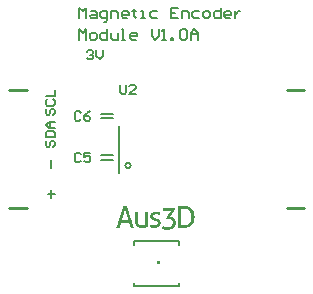
<source format=gto>
G04 Layer_Color=65535*
%FSLAX44Y44*%
%MOMM*%
G71*
G01*
G75*
%ADD16C,0.2032*%
%ADD30C,0.1270*%
%ADD31C,0.2540*%
%ADD32C,0.1800*%
%ADD33C,0.1500*%
G36*
X98741Y75872D02*
X98975D01*
X99114Y75861D01*
X99184D01*
X99243Y75849D01*
X99359D01*
X99499Y75837D01*
X99522D01*
X99557Y75826D01*
X99604D01*
X99721Y75814D01*
X99849Y75791D01*
Y75779D01*
X99860Y75756D01*
X99872Y75721D01*
X99884Y75674D01*
X99907Y75604D01*
X99930Y75522D01*
X99965Y75441D01*
X100000Y75336D01*
X100070Y75091D01*
X100164Y74823D01*
X100257Y74508D01*
X100373Y74170D01*
X100490Y73809D01*
X100607Y73436D01*
X100735Y73039D01*
X100863Y72631D01*
X101131Y71827D01*
X101260Y71419D01*
X101388Y71034D01*
X101399Y71011D01*
X101423Y70941D01*
X101446Y70836D01*
X101493Y70696D01*
X101551Y70521D01*
X101621Y70311D01*
X101691Y70090D01*
X101772Y69833D01*
X101866Y69565D01*
X101959Y69285D01*
X102146Y68691D01*
X102344Y68096D01*
X102437Y67804D01*
X102530Y67513D01*
Y67501D01*
X102542Y67466D01*
X102565Y67396D01*
X102600Y67315D01*
X102624Y67210D01*
X102670Y67093D01*
X102717Y66965D01*
X102764Y66814D01*
X102868Y66487D01*
X102973Y66149D01*
X103090Y65788D01*
X103207Y65449D01*
Y65438D01*
X103218Y65414D01*
X103230Y65368D01*
X103253Y65298D01*
X103277Y65228D01*
X103312Y65135D01*
X103370Y64925D01*
X103451Y64680D01*
X103533Y64423D01*
X103615Y64167D01*
X103696Y63910D01*
X103708Y63887D01*
X103720Y63840D01*
X103743Y63759D01*
X103778Y63666D01*
X103813Y63549D01*
X103859Y63421D01*
X103941Y63164D01*
Y63153D01*
X103964Y63106D01*
X103988Y63048D01*
X104011Y62966D01*
X104046Y62873D01*
X104069Y62768D01*
X104139Y62558D01*
Y62546D01*
X104151Y62511D01*
X104174Y62465D01*
X104186Y62395D01*
X104244Y62243D01*
X104303Y62068D01*
Y62057D01*
X104314Y62033D01*
X104326Y61987D01*
X104349Y61940D01*
X104384Y61812D01*
X104419Y61672D01*
Y61660D01*
X104431Y61649D01*
X104454Y61579D01*
X104489Y61474D01*
X104536Y61346D01*
X104582Y61182D01*
X104641Y61019D01*
X104687Y60856D01*
X104746Y60693D01*
X104757Y60669D01*
X104769Y60611D01*
X104804Y60518D01*
X104850Y60390D01*
X104897Y60215D01*
X104967Y60005D01*
X105060Y59760D01*
X105154Y59468D01*
Y59457D01*
X105177Y59410D01*
X105200Y59340D01*
X105224Y59235D01*
X105259Y59119D01*
X105305Y58991D01*
X105352Y58839D01*
X105398Y58676D01*
X105410Y58652D01*
X105422Y58594D01*
X105457Y58501D01*
X105492Y58384D01*
X105538Y58233D01*
X105597Y58058D01*
X105655Y57871D01*
X105725Y57661D01*
X105702D01*
X105632Y57638D01*
X105538Y57627D01*
X105410Y57603D01*
X105340D01*
X105305Y57592D01*
X105189D01*
X105049Y57580D01*
X104932D01*
X104804Y57568D01*
X104571D01*
X104454Y57557D01*
X104104D01*
X103988Y57568D01*
X103766D01*
X103650Y57580D01*
X103591D01*
X103545Y57592D01*
X103428D01*
X103312Y57603D01*
X103288D01*
X103218Y57615D01*
X103113Y57638D01*
X103008Y57661D01*
Y57673D01*
X102997Y57685D01*
X102985Y57720D01*
X102973Y57766D01*
X102938Y57883D01*
X102892Y58035D01*
X102845Y58198D01*
X102787Y58384D01*
X102729Y58571D01*
X102670Y58757D01*
Y58781D01*
X102647Y58839D01*
X102624Y58921D01*
X102589Y59037D01*
X102554Y59154D01*
X102519Y59294D01*
X102472Y59434D01*
X102425Y59562D01*
Y59573D01*
X102414Y59608D01*
X102402Y59667D01*
X102379Y59737D01*
X102332Y59888D01*
X102274Y60040D01*
Y60051D01*
X102262Y60075D01*
X102250Y60110D01*
X102239Y60168D01*
X102216Y60285D01*
X102181Y60401D01*
Y60413D01*
X102169Y60424D01*
X102157Y60494D01*
X102122Y60599D01*
X102087Y60716D01*
X102052Y60833D01*
X102017Y60949D01*
X101982Y61031D01*
Y61066D01*
X101971Y61089D01*
X101959Y61112D01*
X101947Y61159D01*
X101936Y61217D01*
X101901Y61311D01*
X101866Y61451D01*
X101842Y61532D01*
X101807Y61625D01*
X101772Y61730D01*
X101738Y61847D01*
X94847D01*
Y61835D01*
X94824Y61777D01*
X94801Y61695D01*
X94766Y61590D01*
X94731Y61439D01*
X94672Y61252D01*
X94614Y61042D01*
X94544Y60798D01*
X94463Y60518D01*
X94369Y60215D01*
X94264Y59865D01*
X94159Y59492D01*
X94043Y59084D01*
X93915Y58641D01*
X93775Y58163D01*
X93623Y57661D01*
X93600D01*
X93565Y57650D01*
X93518Y57638D01*
X93413Y57627D01*
X93285Y57603D01*
X93262D01*
X93180Y57592D01*
X93087D01*
X92970Y57580D01*
X92865D01*
X92760Y57568D01*
X92527D01*
X92422Y57557D01*
X92084D01*
X91956Y57568D01*
X91735D01*
X91606Y57580D01*
X91583D01*
X91501Y57592D01*
X91408D01*
X91292Y57603D01*
X91268D01*
X91198Y57615D01*
X91105Y57638D01*
X91000Y57661D01*
Y57673D01*
X91012Y57696D01*
X91023Y57731D01*
X91035Y57778D01*
X91058Y57848D01*
X91082Y57930D01*
X91117Y58011D01*
X91152Y58116D01*
X91222Y58349D01*
X91315Y58629D01*
X91420Y58932D01*
X91525Y59270D01*
X91641Y59632D01*
X91770Y60016D01*
X91898Y60413D01*
X92026Y60809D01*
X92294Y61625D01*
X92422Y62022D01*
X92551Y62407D01*
Y62418D01*
X92562Y62430D01*
X92586Y62500D01*
X92609Y62605D01*
X92655Y62745D01*
X92714Y62931D01*
X92784Y63129D01*
X92854Y63362D01*
X92935Y63619D01*
X93029Y63887D01*
X93122Y64167D01*
X93308Y64762D01*
X93507Y65356D01*
X93600Y65659D01*
X93693Y65939D01*
Y65951D01*
X93705Y65986D01*
X93728Y66056D01*
X93763Y66137D01*
X93786Y66242D01*
X93833Y66359D01*
X93868Y66487D01*
X93926Y66639D01*
X94020Y66953D01*
X94136Y67291D01*
X94253Y67653D01*
X94358Y67991D01*
Y68003D01*
X94369Y68026D01*
X94381Y68073D01*
X94404Y68142D01*
X94428Y68212D01*
X94463Y68306D01*
X94533Y68516D01*
X94614Y68760D01*
X94696Y69017D01*
X94777Y69273D01*
X94859Y69530D01*
X94871Y69553D01*
X94882Y69600D01*
X94906Y69682D01*
X94941Y69786D01*
X94976Y69903D01*
X95022Y70031D01*
X95104Y70288D01*
Y70299D01*
X95127Y70346D01*
X95150Y70404D01*
X95174Y70486D01*
X95209Y70579D01*
X95232Y70672D01*
X95302Y70882D01*
Y70894D01*
X95314Y70929D01*
X95337Y70987D01*
X95360Y71045D01*
X95407Y71209D01*
X95465Y71384D01*
Y71395D01*
X95477Y71419D01*
X95489Y71465D01*
X95500Y71512D01*
X95547Y71640D01*
X95594Y71768D01*
Y71780D01*
X95605Y71792D01*
X95628Y71862D01*
X95652Y71967D01*
X95698Y72106D01*
X95745Y72258D01*
X95803Y72421D01*
X95850Y72585D01*
X95908Y72748D01*
X95920Y72771D01*
X95932Y72829D01*
X95967Y72923D01*
X96013Y73063D01*
X96072Y73237D01*
X96141Y73447D01*
X96223Y73692D01*
X96316Y73983D01*
Y73995D01*
X96340Y74042D01*
X96363Y74112D01*
X96386Y74205D01*
X96421Y74322D01*
X96468Y74461D01*
X96515Y74601D01*
X96561Y74765D01*
X96573Y74788D01*
X96585Y74846D01*
X96619Y74939D01*
X96666Y75056D01*
X96713Y75208D01*
X96771Y75382D01*
X96829Y75581D01*
X96899Y75791D01*
X96923D01*
X97004Y75802D01*
X97109Y75826D01*
X97237Y75837D01*
X97307D01*
X97354Y75849D01*
X97471D01*
X97610Y75861D01*
X97680D01*
X97727Y75872D01*
X98065D01*
X98123Y75884D01*
X98613D01*
X98741Y75872D01*
D02*
G37*
G36*
X116416Y70684D02*
X116521Y70672D01*
X116719D01*
X116835Y70661D01*
X116894D01*
X116940Y70649D01*
X117045D01*
X117162Y70637D01*
X117185D01*
X117255Y70626D01*
X117348Y70614D01*
X117453Y70591D01*
Y70567D01*
Y70509D01*
Y70404D01*
Y70276D01*
Y70113D01*
Y69915D01*
Y69705D01*
Y69472D01*
Y69227D01*
Y68959D01*
Y68411D01*
Y67851D01*
Y67303D01*
Y67291D01*
Y67245D01*
Y67163D01*
Y67070D01*
Y66953D01*
Y66802D01*
Y66650D01*
Y66475D01*
Y66289D01*
Y66102D01*
Y65694D01*
Y65286D01*
Y64890D01*
Y64878D01*
Y64855D01*
Y64808D01*
Y64750D01*
Y64680D01*
Y64598D01*
Y64400D01*
Y64179D01*
Y63934D01*
Y63689D01*
Y63444D01*
Y63432D01*
Y63421D01*
Y63386D01*
Y63339D01*
Y63234D01*
Y63083D01*
Y62920D01*
Y62745D01*
Y62558D01*
Y62383D01*
Y62372D01*
Y62337D01*
Y62278D01*
Y62220D01*
Y62045D01*
Y61870D01*
Y61859D01*
Y61835D01*
Y61789D01*
Y61730D01*
Y61590D01*
Y61451D01*
Y61439D01*
Y61416D01*
Y61381D01*
Y61334D01*
Y61229D01*
Y61112D01*
Y61101D01*
Y61089D01*
Y61031D01*
Y60938D01*
Y60833D01*
Y60821D01*
Y60774D01*
Y60693D01*
Y60611D01*
Y60506D01*
Y60390D01*
Y60168D01*
Y60156D01*
Y60110D01*
Y60051D01*
Y59946D01*
Y59830D01*
Y59678D01*
Y59503D01*
Y59305D01*
Y59294D01*
Y59270D01*
Y59212D01*
Y59154D01*
Y59072D01*
Y58979D01*
Y58769D01*
Y58757D01*
Y58711D01*
Y58652D01*
Y58559D01*
Y58454D01*
Y58338D01*
Y58198D01*
Y58058D01*
X117430D01*
X117372Y58035D01*
X117290Y58011D01*
X117174Y57988D01*
X117022Y57953D01*
X116859Y57906D01*
X116684Y57860D01*
X116497Y57813D01*
X116474D01*
X116404Y57790D01*
X116299Y57766D01*
X116148Y57743D01*
X115984Y57708D01*
X115786Y57661D01*
X115576Y57627D01*
X115343Y57580D01*
X115320D01*
X115285Y57568D01*
X115238D01*
X115122Y57545D01*
X114958Y57522D01*
X114772Y57487D01*
X114562Y57463D01*
X114340Y57428D01*
X114107Y57405D01*
X114049D01*
X114002Y57393D01*
X113874D01*
X113711Y57382D01*
X113513Y57370D01*
X113303D01*
X113070Y57358D01*
X112603D01*
X112440Y57370D01*
X112254D01*
X112055Y57382D01*
X111834Y57393D01*
X111612Y57405D01*
X111589D01*
X111554Y57417D01*
X111519D01*
X111403Y57428D01*
X111263Y57452D01*
X111088Y57475D01*
X110890Y57498D01*
X110691Y57533D01*
X110482Y57568D01*
X110458D01*
X110388Y57592D01*
X110283Y57615D01*
X110155Y57650D01*
X109992Y57696D01*
X109817Y57755D01*
X109444Y57895D01*
X109421Y57906D01*
X109362Y57930D01*
X109269Y57988D01*
X109152Y58046D01*
X109012Y58128D01*
X108861Y58221D01*
X108709Y58326D01*
X108546Y58443D01*
X108523Y58454D01*
X108476Y58501D01*
X108395Y58571D01*
X108301Y58664D01*
X108185Y58781D01*
X108068Y58921D01*
X107940Y59072D01*
X107812Y59235D01*
X107800Y59259D01*
X107753Y59317D01*
X107695Y59410D01*
X107613Y59538D01*
X107520Y59690D01*
X107427Y59865D01*
X107334Y60075D01*
X107240Y60285D01*
Y60296D01*
X107229Y60308D01*
X107217Y60343D01*
X107205Y60390D01*
X107159Y60518D01*
X107112Y60681D01*
X107054Y60879D01*
X106996Y61112D01*
X106937Y61381D01*
X106891Y61660D01*
Y61672D01*
Y61695D01*
X106879Y61742D01*
X106867Y61800D01*
X106856Y61870D01*
Y61952D01*
X106844Y62057D01*
X106832Y62173D01*
X106809Y62430D01*
X106786Y62721D01*
X106774Y63048D01*
X106762Y63409D01*
Y63421D01*
Y63456D01*
Y63514D01*
Y63596D01*
Y63689D01*
Y63794D01*
Y63922D01*
Y64050D01*
Y64342D01*
Y64668D01*
Y64983D01*
Y65298D01*
Y65310D01*
Y65333D01*
Y65379D01*
Y65426D01*
Y65496D01*
Y65578D01*
Y65764D01*
Y65986D01*
Y66219D01*
Y66452D01*
Y66685D01*
Y66708D01*
Y66767D01*
Y66848D01*
Y66953D01*
Y67082D01*
Y67221D01*
Y67501D01*
Y67513D01*
Y67560D01*
Y67618D01*
Y67699D01*
Y67793D01*
Y67898D01*
Y68108D01*
Y68119D01*
Y68142D01*
Y68189D01*
Y68236D01*
Y68376D01*
Y68551D01*
Y68726D01*
Y68889D01*
Y69029D01*
Y69087D01*
Y69134D01*
Y69145D01*
Y69169D01*
Y69227D01*
Y69297D01*
Y69402D01*
Y69530D01*
Y69693D01*
Y69880D01*
Y69891D01*
Y69903D01*
Y69961D01*
Y70066D01*
Y70183D01*
Y70194D01*
Y70218D01*
Y70253D01*
Y70299D01*
Y70428D01*
Y70591D01*
X106797D01*
X106856Y70602D01*
X106926Y70614D01*
X107007D01*
X107112Y70626D01*
X107240Y70649D01*
X107392Y70661D01*
X107462D01*
X107509Y70672D01*
X107742D01*
X107812Y70684D01*
X107905Y70696D01*
X108091D01*
X108185Y70684D01*
X108290Y70672D01*
X108511D01*
X108639Y70661D01*
X108663D01*
X108744Y70649D01*
X108849D01*
X108966Y70637D01*
X108989D01*
X109059Y70626D01*
X109152Y70614D01*
X109269Y70591D01*
Y70579D01*
Y70544D01*
Y70486D01*
Y70416D01*
Y70323D01*
Y70218D01*
Y70090D01*
Y69961D01*
Y69670D01*
Y69355D01*
Y69040D01*
Y68726D01*
Y68714D01*
Y68691D01*
Y68656D01*
Y68597D01*
Y68527D01*
Y68446D01*
Y68259D01*
Y68049D01*
Y67816D01*
Y67583D01*
Y67350D01*
Y67326D01*
Y67280D01*
Y67186D01*
Y67082D01*
Y66965D01*
Y66825D01*
Y66557D01*
Y66545D01*
Y66499D01*
Y66440D01*
Y66359D01*
Y66266D01*
Y66161D01*
Y65962D01*
Y65951D01*
Y65927D01*
Y65881D01*
Y65834D01*
Y65694D01*
Y65531D01*
Y65356D01*
Y65193D01*
Y65053D01*
Y64995D01*
Y64948D01*
Y64936D01*
Y64913D01*
Y64855D01*
Y64785D01*
Y64680D01*
Y64563D01*
Y64412D01*
Y64225D01*
Y64214D01*
Y64202D01*
Y64132D01*
Y64039D01*
Y63910D01*
Y63899D01*
Y63875D01*
Y63840D01*
Y63794D01*
Y63666D01*
Y63502D01*
Y63491D01*
Y63479D01*
Y63444D01*
Y63397D01*
Y63293D01*
X109281Y63141D01*
Y62966D01*
X109292Y62780D01*
X109316Y62395D01*
Y62372D01*
X109327Y62313D01*
X109339Y62220D01*
X109362Y62103D01*
X109386Y61964D01*
X109409Y61812D01*
X109490Y61509D01*
Y61486D01*
X109514Y61439D01*
X109537Y61369D01*
X109560Y61264D01*
X109607Y61159D01*
X109654Y61042D01*
X109770Y60798D01*
X109782Y60786D01*
X109805Y60751D01*
X109840Y60693D01*
X109887Y60611D01*
X110015Y60436D01*
X110167Y60250D01*
X110178Y60238D01*
X110213Y60215D01*
X110260Y60168D01*
X110318Y60121D01*
X110388Y60063D01*
X110482Y60005D01*
X110668Y59877D01*
X110680Y59865D01*
X110715Y59853D01*
X110773Y59818D01*
X110855Y59783D01*
X110948Y59748D01*
X111053Y59702D01*
X111286Y59632D01*
X111298D01*
X111344Y59620D01*
X111403Y59597D01*
X111496Y59585D01*
X111601Y59562D01*
X111717Y59538D01*
X111846Y59515D01*
X111986Y59492D01*
X112055D01*
X112125Y59480D01*
X112230D01*
X112347Y59468D01*
X112487D01*
X112790Y59457D01*
X113023D01*
X113186Y59468D01*
X113373D01*
X113571Y59480D01*
X113979Y59515D01*
X114002D01*
X114072Y59527D01*
X114177Y59550D01*
X114317Y59573D01*
X114469Y59597D01*
X114644Y59632D01*
X114993Y59725D01*
Y59748D01*
Y59795D01*
Y59888D01*
Y59993D01*
Y60133D01*
Y60308D01*
Y60483D01*
Y60693D01*
Y60903D01*
Y61136D01*
Y61614D01*
Y62092D01*
Y62570D01*
Y62581D01*
Y62628D01*
Y62686D01*
Y62780D01*
Y62884D01*
Y63001D01*
Y63141D01*
Y63293D01*
Y63631D01*
Y63980D01*
Y64342D01*
Y64692D01*
Y64703D01*
Y64727D01*
Y64762D01*
Y64808D01*
Y64948D01*
Y65111D01*
Y65310D01*
Y65519D01*
Y65729D01*
Y65939D01*
Y65951D01*
Y65962D01*
Y66032D01*
Y66126D01*
Y66254D01*
Y66394D01*
Y66545D01*
Y66697D01*
Y66848D01*
Y66860D01*
Y66895D01*
Y66942D01*
Y67000D01*
Y67140D01*
Y67291D01*
Y67303D01*
Y67326D01*
Y67361D01*
Y67408D01*
Y67525D01*
Y67653D01*
Y67664D01*
Y67676D01*
Y67711D01*
Y67758D01*
Y67874D01*
Y68014D01*
Y68166D01*
Y68317D01*
Y68469D01*
Y68586D01*
Y68597D01*
Y68644D01*
Y68702D01*
Y68807D01*
Y68924D01*
Y69087D01*
Y69285D01*
Y69507D01*
Y69518D01*
Y69542D01*
Y69588D01*
Y69647D01*
Y69716D01*
Y69798D01*
Y69973D01*
Y69985D01*
Y70020D01*
Y70078D01*
Y70148D01*
Y70241D01*
Y70346D01*
Y70463D01*
Y70591D01*
X115017D01*
X115075Y70602D01*
X115168Y70626D01*
X115285Y70637D01*
X115308D01*
X115378Y70649D01*
X115483D01*
X115611Y70661D01*
X115635D01*
X115716Y70672D01*
X115949D01*
X116019Y70684D01*
X116113Y70696D01*
X116322D01*
X116416Y70684D01*
D02*
G37*
G36*
X140631Y73902D02*
X140666Y73844D01*
X140724Y73750D01*
X140806Y73622D01*
Y73610D01*
X140782Y73599D01*
X140771Y73564D01*
X140736Y73517D01*
X140689Y73447D01*
X140642Y73377D01*
X140584Y73284D01*
X140514Y73191D01*
X140444Y73074D01*
X140351Y72934D01*
X140258Y72794D01*
X140153Y72643D01*
X140048Y72468D01*
X139920Y72281D01*
X139791Y72083D01*
X139651Y71873D01*
X139500Y71652D01*
X139348Y71407D01*
X139185Y71162D01*
X139010Y70894D01*
X138824Y70614D01*
X138625Y70323D01*
X138427Y70008D01*
X138217Y69693D01*
X137996Y69355D01*
X137763Y69005D01*
X137529Y68644D01*
X137285Y68271D01*
X137028Y67886D01*
X136760Y67490D01*
X136480Y67070D01*
X136200Y66639D01*
X136212D01*
X136235Y66650D01*
X136294Y66662D01*
X136795D01*
X136946Y66650D01*
X137121Y66639D01*
X137308Y66615D01*
X137693Y66557D01*
X137716D01*
X137786Y66534D01*
X137879Y66510D01*
X138007Y66475D01*
X138147Y66440D01*
X138311Y66382D01*
X138649Y66254D01*
X138672Y66242D01*
X138719Y66219D01*
X138800Y66172D01*
X138905Y66114D01*
X139033Y66044D01*
X139162Y65962D01*
X139430Y65776D01*
X139441Y65764D01*
X139488Y65729D01*
X139558Y65671D01*
X139651Y65589D01*
X139745Y65508D01*
X139850Y65403D01*
X140071Y65158D01*
X140083Y65146D01*
X140118Y65100D01*
X140176Y65041D01*
X140234Y64948D01*
X140316Y64855D01*
X140398Y64727D01*
X140479Y64598D01*
X140561Y64458D01*
X140572Y64447D01*
X140596Y64388D01*
X140631Y64318D01*
X140689Y64225D01*
X140747Y64109D01*
X140806Y63969D01*
X140922Y63677D01*
X140934Y63654D01*
X140945Y63607D01*
X140969Y63526D01*
X141004Y63421D01*
X141039Y63304D01*
X141074Y63164D01*
X141132Y62861D01*
Y62849D01*
X141144Y62791D01*
X141155Y62710D01*
X141167Y62616D01*
X141179Y62488D01*
X141190Y62360D01*
X141202Y62057D01*
Y62045D01*
Y62022D01*
Y61975D01*
Y61917D01*
Y61847D01*
X141190Y61765D01*
Y61567D01*
X141167Y61334D01*
X141144Y61077D01*
X141109Y60821D01*
X141062Y60553D01*
Y60541D01*
X141050Y60518D01*
Y60483D01*
X141039Y60436D01*
X141015Y60378D01*
X141004Y60296D01*
X140957Y60133D01*
X140887Y59935D01*
X140817Y59713D01*
X140736Y59480D01*
X140631Y59259D01*
Y59247D01*
X140619Y59235D01*
X140607Y59200D01*
X140584Y59165D01*
X140514Y59049D01*
X140444Y58909D01*
X140339Y58746D01*
X140234Y58559D01*
X140106Y58373D01*
X139978Y58186D01*
X139966Y58163D01*
X139908Y58105D01*
X139826Y58011D01*
X139721Y57895D01*
X139593Y57766D01*
X139453Y57627D01*
X139290Y57475D01*
X139115Y57323D01*
X139092Y57312D01*
X139033Y57253D01*
X138928Y57183D01*
X138800Y57090D01*
X138637Y56985D01*
X138462Y56869D01*
X138264Y56752D01*
X138066Y56647D01*
X138054D01*
X138042Y56635D01*
X138007Y56624D01*
X137972Y56600D01*
X137856Y56554D01*
X137704Y56484D01*
X137518Y56414D01*
X137308Y56332D01*
X137086Y56251D01*
X136853Y56181D01*
X136842D01*
X136830Y56169D01*
X136795D01*
X136748Y56157D01*
X136620Y56122D01*
X136445Y56076D01*
X136247Y56041D01*
X136025Y55994D01*
X135781Y55948D01*
X135524Y55901D01*
X135489D01*
X135454Y55889D01*
X135408D01*
X135338Y55878D01*
X135268D01*
X135093Y55866D01*
X134883Y55843D01*
X134638Y55831D01*
X134382Y55819D01*
X133880D01*
X133729Y55831D01*
X133542D01*
X133332Y55843D01*
X133111Y55854D01*
X132889Y55866D01*
X132866D01*
X132831Y55878D01*
X132784D01*
X132668Y55889D01*
X132528Y55913D01*
X132353Y55924D01*
X132155Y55959D01*
X131747Y56018D01*
X131723D01*
X131653Y56041D01*
X131537Y56064D01*
X131397Y56087D01*
X131222Y56122D01*
X131036Y56169D01*
X130639Y56274D01*
X130628D01*
X130616Y56286D01*
X130546Y56309D01*
X130429Y56332D01*
X130289Y56379D01*
X130126Y56437D01*
X129940Y56496D01*
X129543Y56647D01*
Y56659D01*
X129555Y56694D01*
Y56752D01*
X129567Y56822D01*
X129590Y56904D01*
X129602Y56997D01*
X129648Y57195D01*
Y57207D01*
X129660Y57242D01*
X129683Y57300D01*
X129706Y57370D01*
X129730Y57452D01*
X129765Y57545D01*
X129835Y57731D01*
Y57743D01*
X129858Y57778D01*
X129870Y57825D01*
X129905Y57895D01*
X129940Y57976D01*
X129975Y58070D01*
X130056Y58256D01*
X130068Y58268D01*
X130080Y58303D01*
X130103Y58349D01*
X130138Y58419D01*
X130173Y58489D01*
X130219Y58583D01*
X130324Y58769D01*
X130348Y58757D01*
X130394Y58746D01*
X130476Y58711D01*
X130581Y58676D01*
X130709Y58629D01*
X130849Y58583D01*
X131152Y58478D01*
X131175D01*
X131222Y58454D01*
X131304Y58431D01*
X131420Y58396D01*
X131549Y58361D01*
X131688Y58326D01*
X132015Y58233D01*
X132038D01*
X132097Y58221D01*
X132178Y58198D01*
X132295Y58174D01*
X132446Y58151D01*
X132598Y58128D01*
X132773Y58105D01*
X132959Y58081D01*
X132983D01*
X133053Y58070D01*
X133146D01*
X133286Y58058D01*
X133449Y58046D01*
X133624D01*
X133822Y58035D01*
X134207D01*
X134335Y58046D01*
X134475D01*
X134638Y58058D01*
X134965Y58081D01*
X134988D01*
X135046Y58093D01*
X135128Y58105D01*
X135244Y58128D01*
X135373Y58140D01*
X135524Y58174D01*
X135839Y58233D01*
X135862D01*
X135909Y58256D01*
X135990Y58279D01*
X136096Y58314D01*
X136224Y58349D01*
X136352Y58396D01*
X136620Y58501D01*
X136632Y58513D01*
X136678Y58536D01*
X136760Y58571D01*
X136842Y58618D01*
X136946Y58664D01*
X137063Y58734D01*
X137296Y58897D01*
X137308Y58909D01*
X137355Y58932D01*
X137413Y58979D01*
X137483Y59049D01*
X137576Y59119D01*
X137669Y59212D01*
X137856Y59422D01*
X137868Y59434D01*
X137902Y59468D01*
X137949Y59538D01*
X138007Y59608D01*
X138066Y59713D01*
X138147Y59818D01*
X138217Y59946D01*
X138287Y60075D01*
X138299Y60086D01*
X138322Y60133D01*
X138346Y60203D01*
X138392Y60308D01*
X138439Y60424D01*
X138474Y60553D01*
X138520Y60704D01*
X138555Y60856D01*
Y60879D01*
X138567Y60938D01*
X138590Y61019D01*
X138614Y61147D01*
X138625Y61287D01*
X138649Y61451D01*
X138660Y61637D01*
Y61824D01*
Y61835D01*
Y61859D01*
Y61905D01*
Y61952D01*
X138649Y62022D01*
Y62103D01*
X138625Y62290D01*
X138590Y62500D01*
X138544Y62733D01*
X138485Y62966D01*
X138392Y63188D01*
Y63199D01*
X138380Y63211D01*
X138346Y63281D01*
X138287Y63397D01*
X138206Y63526D01*
X138089Y63677D01*
X137961Y63840D01*
X137809Y63992D01*
X137623Y64144D01*
X137599Y64155D01*
X137529Y64202D01*
X137413Y64272D01*
X137273Y64353D01*
X137098Y64447D01*
X136888Y64540D01*
X136667Y64633D01*
X136422Y64715D01*
X136410D01*
X136387Y64727D01*
X136352Y64738D01*
X136305Y64750D01*
X136235Y64762D01*
X136165Y64773D01*
X135979Y64808D01*
X135757Y64843D01*
X135501Y64878D01*
X135221Y64890D01*
X134918Y64901D01*
X134592D01*
X134405Y64890D01*
X134312D01*
X134242Y64878D01*
X134090D01*
X133904Y64866D01*
X133857D01*
X133810Y64855D01*
X133740D01*
X133659Y64843D01*
X133577Y64832D01*
X133379Y64797D01*
X133367D01*
X133332Y64785D01*
X133286D01*
X133216Y64773D01*
X133064Y64738D01*
X132878Y64703D01*
X132866Y64715D01*
X132854Y64738D01*
X132831Y64785D01*
X132796Y64832D01*
X132773Y64878D01*
X132749Y64913D01*
X132726Y64936D01*
Y64948D01*
Y64960D01*
X132703Y64983D01*
X132668Y65041D01*
Y65053D01*
X132680Y65065D01*
X132703Y65100D01*
X132738Y65146D01*
X132773Y65205D01*
X132819Y65275D01*
X132866Y65356D01*
X132936Y65461D01*
X133006Y65566D01*
X133076Y65694D01*
X133169Y65823D01*
X133262Y65974D01*
X133367Y66137D01*
X133472Y66312D01*
X133601Y66499D01*
X133729Y66697D01*
X133857Y66918D01*
X134009Y67140D01*
X134160Y67385D01*
X134312Y67630D01*
X134487Y67898D01*
X134662Y68177D01*
X134848Y68469D01*
X135035Y68772D01*
X135244Y69087D01*
X135454Y69425D01*
X135664Y69763D01*
X135897Y70125D01*
X136130Y70486D01*
X136364Y70871D01*
X136620Y71267D01*
X136877Y71675D01*
X130406D01*
Y71687D01*
X130394Y71722D01*
X130383Y71768D01*
X130371Y71838D01*
X130359Y71908D01*
X130348Y72002D01*
X130324Y72188D01*
Y72200D01*
Y72235D01*
X130313Y72293D01*
Y72363D01*
Y72456D01*
X130301Y72550D01*
Y72759D01*
Y72771D01*
Y72783D01*
Y72853D01*
Y72934D01*
Y73039D01*
Y73051D01*
Y73063D01*
X130313Y73132D01*
Y73226D01*
X130324Y73342D01*
Y73354D01*
Y73366D01*
X130336Y73436D01*
Y73529D01*
X130348Y73634D01*
Y73645D01*
X130359Y73657D01*
X130371Y73727D01*
X130383Y73820D01*
X130406Y73913D01*
X140619D01*
X140631Y73902D01*
D02*
G37*
G36*
X127540Y27000D02*
X125000D01*
Y29540D01*
X127540D01*
Y27000D01*
D02*
G37*
G36*
X124927Y70871D02*
X125101D01*
X125451Y70847D01*
X125475D01*
X125533Y70836D01*
X125626Y70824D01*
X125754Y70812D01*
X125894Y70789D01*
X126057Y70766D01*
X126396Y70707D01*
X126419D01*
X126477Y70684D01*
X126570Y70672D01*
X126687Y70637D01*
X126827Y70614D01*
X126978Y70579D01*
X127282Y70498D01*
X127305D01*
X127352Y70474D01*
X127433Y70451D01*
X127538Y70428D01*
X127655Y70393D01*
X127783Y70346D01*
X128063Y70264D01*
Y70253D01*
Y70218D01*
X128051Y70171D01*
X128039Y70101D01*
X128016Y69938D01*
X127981Y69751D01*
Y69740D01*
X127969Y69705D01*
X127958Y69658D01*
X127946Y69600D01*
X127934Y69518D01*
X127911Y69437D01*
X127865Y69250D01*
Y69238D01*
X127853Y69204D01*
X127841Y69157D01*
X127830Y69099D01*
X127771Y68947D01*
X127713Y68772D01*
Y68760D01*
X127701Y68737D01*
X127678Y68691D01*
X127666Y68632D01*
X127608Y68492D01*
X127538Y68329D01*
X127526D01*
X127491Y68341D01*
X127433Y68364D01*
X127352Y68387D01*
X127258Y68422D01*
X127153Y68457D01*
X126920Y68527D01*
X126909D01*
X126862Y68539D01*
X126792Y68562D01*
X126699Y68586D01*
X126594Y68609D01*
X126477Y68644D01*
X126197Y68702D01*
X126186D01*
X126127Y68726D01*
X126057Y68737D01*
X125953Y68760D01*
X125836Y68784D01*
X125696Y68807D01*
X125405Y68854D01*
X125381D01*
X125335Y68865D01*
X125253D01*
X125148Y68877D01*
X125020Y68889D01*
X124868D01*
X124717Y68900D01*
X124390D01*
X124274Y68889D01*
X124134Y68877D01*
X123994Y68865D01*
X123679Y68819D01*
X123656D01*
X123609Y68807D01*
X123527Y68784D01*
X123423Y68749D01*
X123306Y68714D01*
X123178Y68679D01*
X122898Y68574D01*
X122886Y68562D01*
X122840Y68539D01*
X122781Y68504D01*
X122700Y68457D01*
X122618Y68387D01*
X122525Y68317D01*
X122443Y68224D01*
X122362Y68119D01*
X122350Y68108D01*
X122338Y68073D01*
X122303Y68003D01*
X122268Y67921D01*
X122233Y67816D01*
X122210Y67699D01*
X122187Y67560D01*
X122175Y67408D01*
Y67396D01*
Y67373D01*
Y67326D01*
X122187Y67280D01*
X122198Y67152D01*
X122222Y67012D01*
Y67000D01*
X122233Y66988D01*
X122257Y66907D01*
X122303Y66802D01*
X122362Y66685D01*
Y66674D01*
X122373Y66662D01*
X122420Y66592D01*
X122478Y66499D01*
X122560Y66405D01*
X122583Y66382D01*
X122641Y66324D01*
X122723Y66254D01*
X122840Y66172D01*
X122851D01*
X122863Y66161D01*
X122933Y66114D01*
X123038Y66044D01*
X123154Y65974D01*
X123166D01*
X123189Y65962D01*
X123224Y65939D01*
X123271Y65916D01*
X123388Y65869D01*
X123527Y65811D01*
X123539D01*
X123562Y65799D01*
X123597Y65788D01*
X123656Y65764D01*
X123784Y65718D01*
X123935Y65648D01*
X123947D01*
X123970Y65636D01*
X124017Y65624D01*
X124075Y65601D01*
X124215Y65554D01*
X124379Y65508D01*
X124390D01*
X124413Y65496D01*
X124460Y65484D01*
X124507Y65461D01*
X124635Y65414D01*
X124787Y65368D01*
X124938Y65310D01*
X125055Y65263D01*
X125101Y65251D01*
X125136Y65240D01*
X125160Y65228D01*
X125183D01*
X125218Y65216D01*
X125276Y65193D01*
X125370Y65170D01*
X125486Y65123D01*
X125498D01*
X125533Y65100D01*
X125591Y65088D01*
X125673Y65053D01*
X125754Y65030D01*
X125859Y64995D01*
X126069Y64913D01*
X126081D01*
X126116Y64890D01*
X126174Y64866D01*
X126244Y64832D01*
X126337Y64797D01*
X126431Y64750D01*
X126629Y64657D01*
X126640Y64645D01*
X126675Y64633D01*
X126734Y64598D01*
X126804Y64563D01*
X126967Y64458D01*
X127142Y64330D01*
X127153Y64318D01*
X127177Y64295D01*
X127223Y64260D01*
X127282Y64214D01*
X127422Y64097D01*
X127573Y63945D01*
X127585Y63934D01*
X127608Y63910D01*
X127643Y63864D01*
X127690Y63805D01*
X127795Y63666D01*
X127911Y63491D01*
X127923Y63479D01*
X127934Y63444D01*
X127969Y63397D01*
X128004Y63327D01*
X128051Y63246D01*
X128098Y63153D01*
X128203Y62943D01*
Y62931D01*
X128226Y62896D01*
X128238Y62826D01*
X128272Y62745D01*
X128296Y62651D01*
X128319Y62535D01*
X128366Y62290D01*
Y62278D01*
X128378Y62232D01*
X128389Y62150D01*
X128401Y62057D01*
X128412Y61940D01*
X128424Y61812D01*
X128436Y61672D01*
Y61521D01*
Y61497D01*
Y61439D01*
Y61346D01*
X128424Y61229D01*
X128412Y61101D01*
X128401Y60949D01*
X128343Y60623D01*
Y60599D01*
X128331Y60553D01*
X128308Y60471D01*
X128272Y60366D01*
X128238Y60238D01*
X128191Y60098D01*
X128063Y59807D01*
X128051Y59795D01*
X128028Y59748D01*
X127981Y59667D01*
X127934Y59573D01*
X127865Y59468D01*
X127783Y59352D01*
X127608Y59096D01*
X127596Y59084D01*
X127561Y59037D01*
X127503Y58979D01*
X127433Y58909D01*
X127340Y58816D01*
X127235Y58711D01*
X127107Y58606D01*
X126978Y58501D01*
X126967Y58489D01*
X126920Y58454D01*
X126850Y58408D01*
X126757Y58338D01*
X126640Y58268D01*
X126512Y58186D01*
X126361Y58105D01*
X126209Y58023D01*
X126186Y58011D01*
X126139Y57988D01*
X126057Y57953D01*
X125941Y57895D01*
X125813Y57848D01*
X125649Y57778D01*
X125486Y57720D01*
X125300Y57661D01*
X125276Y57650D01*
X125218Y57638D01*
X125113Y57615D01*
X124985Y57580D01*
X124833Y57533D01*
X124658Y57498D01*
X124460Y57463D01*
X124262Y57428D01*
X124239D01*
X124169Y57417D01*
X124064Y57405D01*
X123924Y57393D01*
X123761Y57382D01*
X123562Y57370D01*
X123353Y57358D01*
X122770D01*
X122595Y57370D01*
X122408D01*
X122000Y57393D01*
X121977D01*
X121907Y57405D01*
X121814D01*
X121685Y57428D01*
X121534Y57440D01*
X121371Y57463D01*
X121021Y57522D01*
X120998D01*
X120939Y57533D01*
X120858Y57557D01*
X120741Y57580D01*
X120601Y57603D01*
X120461Y57638D01*
X120147Y57720D01*
X120123D01*
X120077Y57731D01*
X119995Y57755D01*
X119878Y57790D01*
X119762Y57825D01*
X119622Y57860D01*
X119330Y57965D01*
Y57976D01*
Y58011D01*
X119342Y58058D01*
X119354Y58128D01*
X119365Y58279D01*
X119400Y58466D01*
Y58478D01*
X119412Y58513D01*
X119424Y58559D01*
X119435Y58629D01*
X119459Y58711D01*
X119482Y58792D01*
X119540Y58991D01*
Y59002D01*
X119552Y59037D01*
X119575Y59084D01*
X119599Y59142D01*
X119622Y59224D01*
X119645Y59305D01*
X119715Y59492D01*
Y59503D01*
X119727Y59538D01*
X119750Y59585D01*
X119773Y59655D01*
X119797Y59725D01*
X119832Y59818D01*
X119902Y60005D01*
X119913Y59993D01*
X119960Y59981D01*
X120030Y59958D01*
X120123Y59923D01*
X120228Y59877D01*
X120356Y59842D01*
X120625Y59748D01*
X120636D01*
X120694Y59737D01*
X120764Y59713D01*
X120858Y59690D01*
X120974Y59667D01*
X121114Y59632D01*
X121406Y59562D01*
X121429D01*
X121476Y59550D01*
X121557Y59538D01*
X121662Y59515D01*
X121790Y59503D01*
X121919Y59480D01*
X122222Y59445D01*
X122292D01*
X122373Y59434D01*
X122478D01*
X122606Y59422D01*
X122735D01*
X123038Y59410D01*
X123213D01*
X123306Y59422D01*
X123399D01*
X123597Y59434D01*
X123644D01*
X123702Y59445D01*
X123772Y59457D01*
X123854Y59468D01*
X123947Y59480D01*
X124145Y59527D01*
X124157D01*
X124192Y59538D01*
X124239Y59550D01*
X124309Y59573D01*
X124460Y59620D01*
X124635Y59690D01*
X124647D01*
X124670Y59702D01*
X124717Y59725D01*
X124775Y59748D01*
X124915Y59818D01*
X125066Y59900D01*
X125078D01*
X125101Y59923D01*
X125136Y59946D01*
X125183Y59981D01*
X125300Y60063D01*
X125416Y60180D01*
X125428Y60191D01*
X125440Y60203D01*
X125475Y60238D01*
X125510Y60285D01*
X125603Y60401D01*
X125696Y60529D01*
X125708Y60541D01*
X125719Y60564D01*
X125743Y60588D01*
X125766Y60634D01*
X125824Y60751D01*
X125883Y60903D01*
Y60914D01*
X125894Y60938D01*
Y60984D01*
X125906Y61031D01*
X125918Y61171D01*
X125929Y61334D01*
Y61346D01*
Y61381D01*
Y61427D01*
Y61497D01*
X125918Y61649D01*
X125894Y61812D01*
Y61824D01*
X125883Y61847D01*
X125871Y61882D01*
X125859Y61940D01*
X125813Y62057D01*
X125743Y62173D01*
Y62185D01*
X125731Y62197D01*
X125684Y62278D01*
X125614Y62372D01*
X125521Y62477D01*
Y62488D01*
X125498Y62500D01*
X125440Y62558D01*
X125358Y62640D01*
X125241Y62733D01*
X125230D01*
X125218Y62756D01*
X125183Y62768D01*
X125136Y62803D01*
X125020Y62861D01*
X124892Y62943D01*
X124880D01*
X124868Y62955D01*
X124833Y62978D01*
X124787Y63001D01*
X124670Y63059D01*
X124518Y63129D01*
X124507D01*
X124483Y63141D01*
X124437Y63164D01*
X124390Y63176D01*
X124250Y63223D01*
X124087Y63281D01*
X124075D01*
X124052Y63293D01*
X124005Y63316D01*
X123935Y63327D01*
X123784Y63374D01*
X123609Y63432D01*
X123597D01*
X123586Y63444D01*
X123504Y63467D01*
X123399Y63514D01*
X123283Y63549D01*
X123166Y63596D01*
X123073Y63631D01*
X123026Y63654D01*
X123003D01*
X122991Y63666D01*
X122968Y63677D01*
X122945Y63689D01*
X122898Y63701D01*
X122816Y63736D01*
X122723Y63771D01*
X122711D01*
X122688Y63782D01*
X122641Y63805D01*
X122595Y63817D01*
X122525Y63852D01*
X122443Y63887D01*
X122257Y63957D01*
X122035Y64050D01*
X121802Y64167D01*
X121569Y64283D01*
X121336Y64412D01*
X121324D01*
X121312Y64423D01*
X121242Y64470D01*
X121138Y64540D01*
X120998Y64633D01*
X120846Y64738D01*
X120694Y64855D01*
X120531Y64983D01*
X120391Y65123D01*
X120380Y65146D01*
X120333Y65193D01*
X120263Y65275D01*
X120182Y65379D01*
X120088Y65508D01*
X119995Y65659D01*
X119913Y65834D01*
X119832Y66021D01*
Y66032D01*
X119820Y66044D01*
X119808Y66114D01*
X119773Y66207D01*
X119750Y66347D01*
X119715Y66522D01*
X119680Y66708D01*
X119669Y66918D01*
X119657Y67152D01*
Y67163D01*
Y67186D01*
Y67233D01*
Y67303D01*
X119669Y67373D01*
Y67466D01*
X119692Y67664D01*
X119727Y67909D01*
X119785Y68166D01*
X119855Y68434D01*
X119960Y68691D01*
Y68702D01*
X119972Y68726D01*
X119995Y68760D01*
X120018Y68807D01*
X120088Y68935D01*
X120193Y69099D01*
X120321Y69285D01*
X120473Y69483D01*
X120660Y69682D01*
X120881Y69880D01*
X120893Y69891D01*
X120904Y69903D01*
X120939Y69926D01*
X120998Y69961D01*
X121056Y70008D01*
X121126Y70054D01*
X121301Y70160D01*
X121522Y70288D01*
X121779Y70416D01*
X122070Y70532D01*
X122397Y70637D01*
X122408D01*
X122443Y70649D01*
X122490Y70661D01*
X122560Y70672D01*
X122641Y70696D01*
X122746Y70719D01*
X122863Y70742D01*
X122991Y70766D01*
X123143Y70777D01*
X123294Y70801D01*
X123469Y70824D01*
X123656Y70847D01*
X124040Y70871D01*
X124472Y70882D01*
X124787D01*
X124927Y70871D01*
D02*
G37*
G36*
X148034Y76047D02*
X148244Y76035D01*
X148489Y76024D01*
X148757Y76012D01*
X149048Y75989D01*
X149363Y75954D01*
X149701Y75907D01*
X150039Y75861D01*
X150401Y75802D01*
X150750Y75732D01*
X151112Y75651D01*
X151461Y75557D01*
X151800Y75452D01*
X151823Y75441D01*
X151881Y75429D01*
X151974Y75394D01*
X152091Y75336D01*
X152243Y75278D01*
X152429Y75196D01*
X152616Y75114D01*
X152837Y75009D01*
X153059Y74881D01*
X153304Y74753D01*
X153548Y74601D01*
X153793Y74438D01*
X154050Y74263D01*
X154295Y74077D01*
X154528Y73867D01*
X154761Y73645D01*
X154773Y73634D01*
X154808Y73587D01*
X154878Y73517D01*
X154959Y73424D01*
X155052Y73307D01*
X155169Y73167D01*
X155286Y73004D01*
X155425Y72818D01*
X155565Y72608D01*
X155717Y72386D01*
X155857Y72141D01*
X156008Y71885D01*
X156148Y71605D01*
X156288Y71314D01*
X156416Y71011D01*
X156533Y70696D01*
X156545Y70672D01*
X156556Y70614D01*
X156591Y70521D01*
X156626Y70393D01*
X156673Y70229D01*
X156720Y70031D01*
X156778Y69798D01*
X156836Y69542D01*
X156883Y69262D01*
X156941Y68959D01*
X156988Y68621D01*
X157034Y68271D01*
X157069Y67898D01*
X157104Y67513D01*
X157116Y67105D01*
X157128Y66685D01*
Y66674D01*
Y66662D01*
Y66627D01*
Y66580D01*
Y66522D01*
Y66452D01*
X157116Y66289D01*
X157104Y66079D01*
X157093Y65846D01*
X157081Y65578D01*
X157058Y65286D01*
X157023Y64971D01*
X156976Y64633D01*
X156929Y64295D01*
X156871Y63945D01*
X156801Y63596D01*
X156720Y63246D01*
X156626Y62896D01*
X156521Y62558D01*
X156510Y62535D01*
X156498Y62477D01*
X156463Y62383D01*
X156405Y62267D01*
X156346Y62115D01*
X156265Y61940D01*
X156172Y61742D01*
X156067Y61532D01*
X155950Y61311D01*
X155810Y61077D01*
X155659Y60833D01*
X155495Y60588D01*
X155321Y60343D01*
X155134Y60110D01*
X154924Y59877D01*
X154703Y59655D01*
X154691Y59643D01*
X154644Y59608D01*
X154586Y59550D01*
X154493Y59468D01*
X154376Y59375D01*
X154236Y59259D01*
X154073Y59142D01*
X153886Y59002D01*
X153677Y58874D01*
X153455Y58722D01*
X153210Y58583D01*
X152942Y58443D01*
X152662Y58303D01*
X152359Y58163D01*
X152044Y58046D01*
X151718Y57930D01*
X151695Y57918D01*
X151636Y57906D01*
X151531Y57883D01*
X151403Y57836D01*
X151228Y57801D01*
X151018Y57755D01*
X150785Y57696D01*
X150517Y57650D01*
X150226Y57592D01*
X149899Y57545D01*
X149561Y57487D01*
X149188Y57452D01*
X148803Y57417D01*
X148395Y57382D01*
X147976Y57370D01*
X147533Y57358D01*
X146786D01*
X146576Y57370D01*
X146250D01*
X146133Y57382D01*
X145982Y57393D01*
X145807Y57405D01*
X145609Y57417D01*
X145399Y57428D01*
X145189Y57452D01*
X145131D01*
X145096Y57463D01*
X144979Y57475D01*
X144839Y57487D01*
X144676Y57498D01*
X144490Y57510D01*
X144117Y57545D01*
X144093D01*
X144035Y57557D01*
X143930Y57568D01*
X143813Y57580D01*
X143662Y57592D01*
X143510Y57615D01*
X143184Y57661D01*
Y57673D01*
Y57696D01*
Y57731D01*
Y57778D01*
Y57848D01*
Y57930D01*
Y58011D01*
Y58116D01*
Y58349D01*
Y58629D01*
Y58932D01*
Y59270D01*
Y59632D01*
Y60016D01*
Y60413D01*
Y60809D01*
Y61625D01*
Y62022D01*
Y62407D01*
Y62418D01*
Y62430D01*
Y62500D01*
Y62605D01*
Y62745D01*
Y62931D01*
Y63129D01*
Y63362D01*
Y63619D01*
Y63887D01*
Y64167D01*
Y64762D01*
Y65356D01*
Y65659D01*
Y65939D01*
Y65951D01*
Y65986D01*
Y66056D01*
Y66137D01*
Y66242D01*
Y66359D01*
Y66487D01*
Y66639D01*
Y66953D01*
Y67291D01*
Y67653D01*
Y67991D01*
Y68003D01*
Y68026D01*
Y68073D01*
Y68142D01*
Y68212D01*
Y68306D01*
Y68516D01*
Y68760D01*
Y69017D01*
Y69273D01*
Y69530D01*
Y69553D01*
Y69600D01*
Y69682D01*
Y69786D01*
Y69903D01*
Y70031D01*
Y70288D01*
Y70299D01*
Y70346D01*
Y70404D01*
Y70486D01*
Y70579D01*
Y70672D01*
Y70882D01*
Y70894D01*
Y70929D01*
Y70987D01*
Y71045D01*
Y71209D01*
Y71372D01*
Y71384D01*
Y71407D01*
Y71454D01*
Y71500D01*
Y71628D01*
Y71768D01*
Y71780D01*
Y71792D01*
Y71862D01*
Y71967D01*
Y72106D01*
Y72258D01*
Y72421D01*
Y72585D01*
Y72748D01*
Y72771D01*
Y72829D01*
Y72923D01*
Y73063D01*
Y73237D01*
Y73447D01*
Y73692D01*
Y73983D01*
Y73995D01*
Y74042D01*
Y74112D01*
Y74205D01*
Y74322D01*
Y74461D01*
Y74601D01*
Y74765D01*
Y74788D01*
Y74846D01*
Y74928D01*
Y75056D01*
Y75208D01*
Y75382D01*
Y75581D01*
Y75791D01*
X143324D01*
X143382Y75802D01*
X143475Y75814D01*
X143592Y75826D01*
X143743Y75837D01*
X143895Y75849D01*
X144233Y75884D01*
X144256D01*
X144315Y75896D01*
X144408Y75907D01*
X144525Y75919D01*
X144676Y75931D01*
X144851Y75942D01*
X145049Y75965D01*
X145259Y75977D01*
X145317D01*
X145364Y75989D01*
X145481D01*
X145644Y76000D01*
X145819Y76012D01*
X146029Y76024D01*
X146250Y76035D01*
X146472Y76047D01*
X146681D01*
X146833Y76059D01*
X147871D01*
X148034Y76047D01*
D02*
G37*
%LPC*%
G36*
X98287Y73342D02*
Y73331D01*
X98275Y73307D01*
X98263Y73261D01*
X98240Y73202D01*
X98217Y73121D01*
X98193Y73016D01*
X98158Y72899D01*
X98112Y72771D01*
X98065Y72608D01*
X98019Y72445D01*
X97960Y72246D01*
X97902Y72048D01*
X97832Y71815D01*
X97762Y71570D01*
X97680Y71314D01*
X97599Y71034D01*
X97506Y70731D01*
X97412Y70416D01*
X97319Y70078D01*
X97214Y69728D01*
X97097Y69355D01*
X96981Y68970D01*
X96864Y68562D01*
X96736Y68142D01*
X96608Y67699D01*
X96468Y67233D01*
X96328Y66755D01*
X96176Y66254D01*
X96025Y65741D01*
X95873Y65205D01*
X95710Y64657D01*
X95535Y64085D01*
X101061D01*
Y64097D01*
X101050Y64120D01*
X101038Y64167D01*
X101015Y64225D01*
X100991Y64307D01*
X100968Y64412D01*
X100933Y64528D01*
X100886Y64668D01*
X100840Y64820D01*
X100793Y64983D01*
X100735Y65181D01*
X100677Y65391D01*
X100607Y65613D01*
X100537Y65858D01*
X100455Y66114D01*
X100373Y66394D01*
X100280Y66697D01*
X100187Y67012D01*
X100082Y67350D01*
X99977Y67699D01*
X99872Y68073D01*
X99756Y68457D01*
X99627Y68865D01*
X99499Y69285D01*
X99371Y69728D01*
X99231Y70194D01*
X99091Y70672D01*
X98940Y71174D01*
X98788Y71687D01*
X98625Y72223D01*
X98462Y72771D01*
X98287Y73342D01*
D02*
G37*
G36*
X148081Y73774D02*
X146973D01*
X146763Y73762D01*
X146658D01*
X146588Y73750D01*
X146507D01*
X146425Y73739D01*
X146227Y73715D01*
X146133D01*
X146075Y73704D01*
X145924Y73692D01*
X145760Y73669D01*
Y73645D01*
Y73575D01*
Y73471D01*
Y73319D01*
Y73144D01*
Y72934D01*
Y72689D01*
Y72433D01*
Y72153D01*
Y71862D01*
Y71255D01*
Y70626D01*
Y70323D01*
Y70020D01*
Y70008D01*
Y69950D01*
Y69868D01*
Y69763D01*
Y69623D01*
Y69472D01*
Y69297D01*
Y69099D01*
Y68900D01*
Y68679D01*
Y68224D01*
Y67769D01*
Y67326D01*
Y67315D01*
Y67291D01*
Y67245D01*
Y67175D01*
Y67093D01*
Y67012D01*
Y66790D01*
Y66545D01*
Y66289D01*
Y66009D01*
Y65753D01*
Y65741D01*
Y65718D01*
Y65683D01*
Y65636D01*
Y65508D01*
Y65356D01*
Y65170D01*
Y64971D01*
Y64773D01*
Y64575D01*
Y64563D01*
Y64517D01*
Y64458D01*
Y64388D01*
Y64295D01*
Y64202D01*
Y64004D01*
Y63992D01*
Y63957D01*
Y63910D01*
Y63840D01*
Y63689D01*
Y63537D01*
Y63526D01*
Y63502D01*
Y63467D01*
Y63409D01*
Y63293D01*
Y63164D01*
Y63153D01*
Y63141D01*
Y63059D01*
Y62955D01*
Y62849D01*
Y62826D01*
Y62780D01*
Y62698D01*
Y62605D01*
Y62488D01*
Y62360D01*
Y62103D01*
Y62092D01*
Y62045D01*
Y61964D01*
Y61859D01*
Y61730D01*
Y61567D01*
Y61381D01*
Y61159D01*
Y61147D01*
Y61112D01*
Y61054D01*
Y60984D01*
Y60891D01*
Y60798D01*
Y60564D01*
Y60553D01*
Y60506D01*
Y60436D01*
Y60331D01*
Y60215D01*
Y60086D01*
Y59935D01*
Y59772D01*
X145819D01*
X145889Y59760D01*
X145982Y59748D01*
X146110Y59737D01*
X146262Y59725D01*
X146437Y59713D01*
X146635Y59690D01*
X146740D01*
X146798Y59678D01*
X146973D01*
X147171Y59667D01*
X147346D01*
X147428Y59655D01*
X148011D01*
X148197Y59667D01*
X148407Y59678D01*
X148652Y59690D01*
X149153Y59737D01*
X149188D01*
X149223Y59748D01*
X149270D01*
X149398Y59772D01*
X149573Y59795D01*
X149771Y59830D01*
X149981Y59877D01*
X150214Y59935D01*
X150447Y59993D01*
X150459D01*
X150471Y60005D01*
X150506D01*
X150552Y60028D01*
X150669Y60063D01*
X150820Y60110D01*
X150995Y60180D01*
X151193Y60250D01*
X151391Y60343D01*
X151590Y60448D01*
X151601D01*
X151613Y60459D01*
X151683Y60494D01*
X151776Y60564D01*
X151904Y60646D01*
X152056Y60751D01*
X152219Y60868D01*
X152394Y60996D01*
X152557Y61147D01*
X152581Y61171D01*
X152627Y61217D01*
X152721Y61299D01*
X152826Y61416D01*
X152942Y61555D01*
X153070Y61719D01*
X153210Y61894D01*
X153338Y62092D01*
Y62103D01*
X153350Y62115D01*
X153397Y62185D01*
X153467Y62302D01*
X153548Y62453D01*
X153630Y62628D01*
X153735Y62838D01*
X153828Y63071D01*
X153921Y63327D01*
Y63339D01*
X153933Y63362D01*
X153945Y63397D01*
X153956Y63444D01*
X153980Y63514D01*
X154003Y63596D01*
X154050Y63782D01*
X154108Y64004D01*
X154166Y64272D01*
X154225Y64563D01*
X154271Y64878D01*
Y64890D01*
X154283Y64913D01*
Y64960D01*
X154295Y65030D01*
X154306Y65111D01*
X154318Y65205D01*
X154330Y65310D01*
X154341Y65438D01*
X154353Y65578D01*
X154365Y65718D01*
X154376Y66044D01*
X154399Y66394D01*
Y66767D01*
Y66778D01*
Y66814D01*
Y66860D01*
Y66930D01*
Y67012D01*
X154388Y67105D01*
Y67210D01*
Y67338D01*
X154365Y67606D01*
X154341Y67898D01*
X154318Y68201D01*
X154271Y68504D01*
Y68516D01*
Y68539D01*
X154260Y68586D01*
X154248Y68644D01*
X154236Y68714D01*
X154225Y68795D01*
X154190Y68994D01*
X154131Y69215D01*
X154073Y69472D01*
X154003Y69728D01*
X153921Y69985D01*
Y69996D01*
X153910Y70020D01*
X153898Y70054D01*
X153875Y70101D01*
X153828Y70229D01*
X153758Y70381D01*
X153677Y70567D01*
X153583Y70777D01*
X153467Y70987D01*
X153338Y71197D01*
Y71209D01*
X153327Y71220D01*
X153280Y71290D01*
X153210Y71395D01*
X153117Y71523D01*
X153000Y71675D01*
X152872Y71827D01*
X152721Y72002D01*
X152569Y72165D01*
X152546Y72188D01*
X152499Y72235D01*
X152406Y72316D01*
X152289Y72410D01*
X152149Y72526D01*
X151986Y72654D01*
X151800Y72783D01*
X151613Y72899D01*
X151590Y72911D01*
X151520Y72946D01*
X151415Y73004D01*
X151275Y73074D01*
X151112Y73156D01*
X150913Y73237D01*
X150704Y73319D01*
X150482Y73389D01*
X150471D01*
X150459Y73401D01*
X150424Y73412D01*
X150377Y73424D01*
X150261Y73459D01*
X150097Y73494D01*
X149911Y73541D01*
X149689Y73587D01*
X149456Y73634D01*
X149211Y73669D01*
X149176D01*
X149141Y73680D01*
X149095D01*
X149037Y73692D01*
X148955Y73704D01*
X148780Y73727D01*
X148570Y73739D01*
X148337Y73762D01*
X148081Y73774D01*
D02*
G37*
%LPD*%
D16*
X103226Y110220D02*
G03*
X103226Y110220I-2286J0D01*
G01*
X93500Y104000D02*
Y144066D01*
D30*
X78238Y118778D02*
X87762D01*
X78238Y115222D02*
X87762D01*
X78238Y153778D02*
X87762D01*
X78238Y150222D02*
X87762D01*
X144050Y8000D02*
Y11000D01*
X106000Y8000D02*
X144050D01*
X106000D02*
Y11000D01*
X144050Y43002D02*
Y46050D01*
X106000D02*
X144050D01*
X106000Y43002D02*
Y46050D01*
D31*
X235000Y74000D02*
X250000D01*
X0Y174000D02*
X15000D01*
X0Y74000D02*
X15000D01*
X235000Y174000D02*
X250000D01*
D32*
X59300Y234916D02*
Y243913D01*
X62299Y240914D01*
X65298Y243913D01*
Y234916D01*
X69797Y240914D02*
X72796D01*
X74295Y239414D01*
Y234916D01*
X69797D01*
X68297Y236415D01*
X69797Y237915D01*
X74295D01*
X80293Y231917D02*
X81793D01*
X83292Y233416D01*
Y240914D01*
X78794D01*
X77294Y239414D01*
Y236415D01*
X78794Y234916D01*
X83292D01*
X86291D02*
Y240914D01*
X90790D01*
X92289Y239414D01*
Y234916D01*
X99787D02*
X96788D01*
X95288Y236415D01*
Y239414D01*
X96788Y240914D01*
X99787D01*
X101286Y239414D01*
Y237915D01*
X95288D01*
X105785Y242413D02*
Y240914D01*
X104285D01*
X107284D01*
X105785D01*
Y236415D01*
X107284Y234916D01*
X111783D02*
X114782D01*
X113282D01*
Y240914D01*
X111783D01*
X125279D02*
X120780D01*
X119281Y239414D01*
Y236415D01*
X120780Y234916D01*
X125279D01*
X143273Y243913D02*
X137275D01*
Y234916D01*
X143273D01*
X137275Y239414D02*
X140274D01*
X146272Y234916D02*
Y240914D01*
X150770D01*
X152270Y239414D01*
Y234916D01*
X161267Y240914D02*
X156768D01*
X155269Y239414D01*
Y236415D01*
X156768Y234916D01*
X161267D01*
X165765D02*
X168765D01*
X170264Y236415D01*
Y239414D01*
X168765Y240914D01*
X165765D01*
X164266Y239414D01*
Y236415D01*
X165765Y234916D01*
X179261Y243913D02*
Y234916D01*
X174763D01*
X173263Y236415D01*
Y239414D01*
X174763Y240914D01*
X179261D01*
X186759Y234916D02*
X183760D01*
X182260Y236415D01*
Y239414D01*
X183760Y240914D01*
X186759D01*
X188258Y239414D01*
Y237915D01*
X182260D01*
X191257Y240914D02*
Y234916D01*
Y237915D01*
X192757Y239414D01*
X194256Y240914D01*
X195756D01*
X59300Y216800D02*
Y225797D01*
X62299Y222798D01*
X65298Y225797D01*
Y216800D01*
X69797D02*
X72796D01*
X74295Y218300D01*
Y221299D01*
X72796Y222798D01*
X69797D01*
X68297Y221299D01*
Y218300D01*
X69797Y216800D01*
X83292Y225797D02*
Y216800D01*
X78794D01*
X77294Y218300D01*
Y221299D01*
X78794Y222798D01*
X83292D01*
X86291D02*
Y218300D01*
X87791Y216800D01*
X92289D01*
Y222798D01*
X95288Y216800D02*
X98287D01*
X96788D01*
Y225797D01*
X95288D01*
X107284Y216800D02*
X104285D01*
X102786Y218300D01*
Y221299D01*
X104285Y222798D01*
X107284D01*
X108784Y221299D01*
Y219799D01*
X102786D01*
X120780Y225797D02*
Y219799D01*
X123779Y216800D01*
X126778Y219799D01*
Y225797D01*
X129777Y216800D02*
X132776D01*
X131277D01*
Y225797D01*
X129777Y224298D01*
X137275Y216800D02*
Y218300D01*
X138774D01*
Y216800D01*
X137275D01*
X144772Y224298D02*
X146272Y225797D01*
X149271D01*
X150770Y224298D01*
Y218300D01*
X149271Y216800D01*
X146272D01*
X144772Y218300D01*
Y224298D01*
X153769Y216800D02*
Y222798D01*
X156768Y225797D01*
X159768Y222798D01*
Y216800D01*
Y221299D01*
X153769D01*
X35998Y83000D02*
Y89664D01*
X39331Y86332D02*
X32666D01*
X35998Y108000D02*
Y114664D01*
D33*
X60958Y119711D02*
X59625Y121043D01*
X56959D01*
X55626Y119711D01*
Y114379D01*
X56959Y113046D01*
X59625D01*
X60958Y114379D01*
X68955Y121043D02*
X63623D01*
Y117045D01*
X66289Y118378D01*
X67622D01*
X68955Y117045D01*
Y114379D01*
X67622Y113046D01*
X64956D01*
X63623Y114379D01*
X60958Y154762D02*
X59625Y156095D01*
X56959D01*
X55626Y154762D01*
Y149431D01*
X56959Y148098D01*
X59625D01*
X60958Y149431D01*
X68955Y156095D02*
X66289Y154762D01*
X63623Y152097D01*
Y149431D01*
X64956Y148098D01*
X67622D01*
X68955Y149431D01*
Y150764D01*
X67622Y152097D01*
X63623D01*
X93980Y178701D02*
Y172037D01*
X95313Y170704D01*
X97979D01*
X99312Y172037D01*
Y178701D01*
X107309Y170704D02*
X101977D01*
X107309Y176036D01*
Y177369D01*
X105976Y178701D01*
X103310D01*
X101977Y177369D01*
X32335Y131332D02*
X31003Y129999D01*
Y127333D01*
X32335Y126000D01*
X33668D01*
X35001Y127333D01*
Y129999D01*
X36334Y131332D01*
X37667D01*
X39000Y129999D01*
Y127333D01*
X37667Y126000D01*
X31003Y133997D02*
X39000D01*
Y137996D01*
X37667Y139329D01*
X32335D01*
X31003Y137996D01*
Y133997D01*
X39000Y141995D02*
X33668D01*
X31003Y144661D01*
X33668Y147326D01*
X39000D01*
X35001D01*
Y141995D01*
X32335Y158332D02*
X31003Y156999D01*
Y154333D01*
X32335Y153000D01*
X33668D01*
X35001Y154333D01*
Y156999D01*
X36334Y158332D01*
X37667D01*
X39000Y156999D01*
Y154333D01*
X37667Y153000D01*
X32335Y166329D02*
X31003Y164996D01*
Y162330D01*
X32335Y160997D01*
X37667D01*
X39000Y162330D01*
Y164996D01*
X37667Y166329D01*
X31003Y168995D02*
X39000D01*
Y174326D01*
X66000Y206665D02*
X67333Y207997D01*
X69999D01*
X71332Y206665D01*
Y205332D01*
X69999Y203999D01*
X68666D01*
X69999D01*
X71332Y202666D01*
Y201333D01*
X69999Y200000D01*
X67333D01*
X66000Y201333D01*
X73997Y207997D02*
Y202666D01*
X76663Y200000D01*
X79329Y202666D01*
Y207997D01*
M02*

</source>
